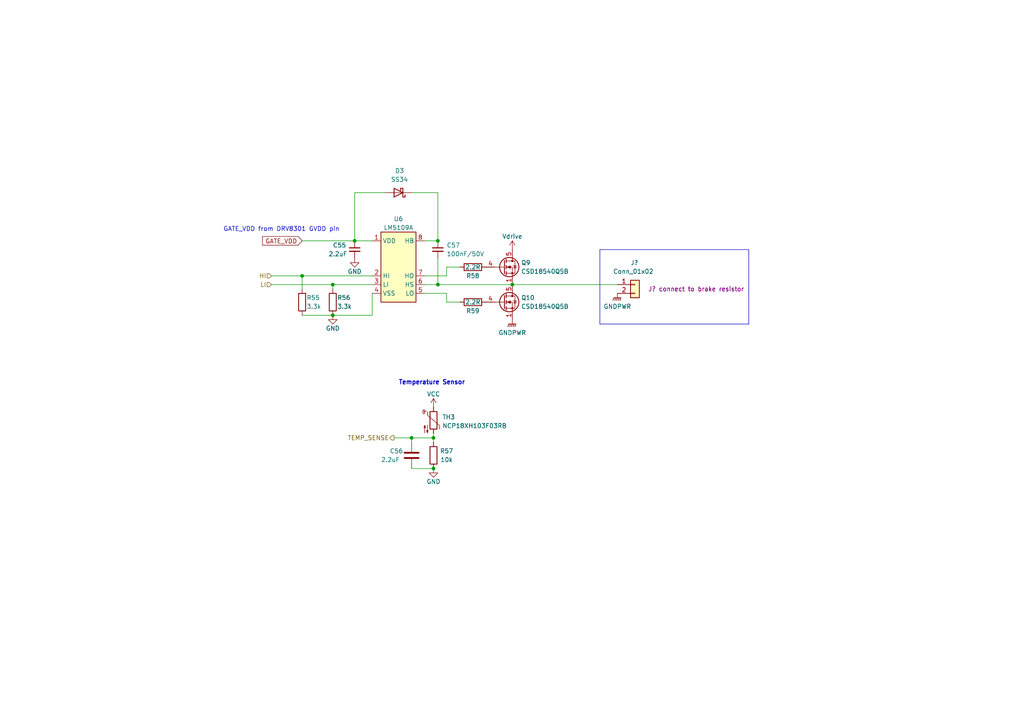
<source format=kicad_sch>
(kicad_sch (version 20230121) (generator eeschema)
  (paper "A4")
  (lib_symbols
    (symbol "Connector_Generic:Conn_01x02" (pin_names (offset 1.016) hide)
      (property "Reference" "J" (at 0 2.54 0))
      (property "Value" "Conn_01x02" (at 0 -5.08 0))
      (symbol "Conn_01x02_1_1"
        (rectangle (start -1.27 -2.413) (end 0 -2.667) (stroke (width 0.1524)))
        (rectangle (start -1.27 0.127) (end 0 -0.127) (stroke (width 0.1524)))
        (rectangle (start -1.27 1.27) (end 1.27 -3.81) (stroke (width 0.254)) (fill (type background)))
        (pin passive line (at -5.08 0 0) (length 3.81) (name "Pin_1") (number "1"))
        (pin passive line (at -5.08 -2.54 0) (length 3.81) (name "Pin_2") (number "2"))
      )
    )
    (symbol "Device:C" (pin_numbers hide) (pin_names (offset 0.254))
      (property "Reference" "C" (at 0.635 2.54 0))
      (property "Value" "C" (at 0.635 -2.54 0))
      (symbol "C_0_1"
        (polyline (pts (xy -2.032 -0.762) (xy 2.032 -0.762)) (stroke (width 0.508)))
        (polyline (pts (xy -2.032 0.762) (xy 2.032 0.762)) (stroke (width 0.508)))
      )
      (symbol "C_1_1"
        (pin passive line (at 0 3.81 270) (length 2.794) (name "~") (number "1"))
        (pin passive line (at 0 -3.81 90) (length 2.794) (name "~") (number "2"))
      )
    )
    (symbol "Device:C_Small" (pin_numbers hide) (pin_names (offset 0.254) hide)
      (property "Reference" "C" (at 0.254 1.778 0))
      (property "Value" "C_Small" (at 0.254 -2.032 0))
      (symbol "C_Small_0_1"
        (polyline (pts (xy -1.524 -0.508) (xy 1.524 -0.508)) (stroke (width 0.3302)))
        (polyline (pts (xy -1.524 0.508) (xy 1.524 0.508)) (stroke (width 0.3048)))
      )
      (symbol "C_Small_1_1"
        (pin passive line (at 0 2.54 270) (length 2.032) (name "~") (number "1"))
        (pin passive line (at 0 -2.54 90) (length 2.032) (name "~") (number "2"))
      )
    )
    (symbol "Device:R" (pin_numbers hide) (pin_names (offset 0))
      (property "Reference" "R" (at 2.032 0 90))
      (property "Value" "R" (at 0 0 90))
      (symbol "R_0_1"
        (rectangle (start -1.016 -2.54) (end 1.016 2.54) (stroke (width 0.254)))
      )
      (symbol "R_1_1"
        (pin passive line (at 0 3.81 270) (length 1.27) (name "~") (number "1"))
        (pin passive line (at 0 -3.81 90) (length 1.27) (name "~") (number "2"))
      )
    )
    (symbol "Device:Thermistor_NTC" (pin_numbers hide) (pin_names (offset 0))
      (property "Reference" "TH" (at -4.445 0 90))
      (property "Value" "Thermistor_NTC" (at 3.175 0 90))
      (symbol "Thermistor_NTC_0_1"
        (arc (start -3.048 2.159) (mid -3.0495 2.3143) (end -3.175 2.413))
        (arc (start -3.048 2.159) (mid -2.9736 1.9794) (end -2.794 1.905))
        (arc (start -3.048 2.794) (mid -2.9736 2.6144) (end -2.794 2.54))
        (arc (start -2.794 1.905) (mid -2.6144 1.9794) (end -2.54 2.159))
        (arc (start -2.794 2.54) (mid -2.4393 2.5587) (end -2.159 2.794))
        (arc (start -2.794 3.048) (mid -2.9736 2.9736) (end -3.048 2.794))
        (arc (start -2.54 2.794) (mid -2.6144 2.9736) (end -2.794 3.048))
        (rectangle (start -1.016 2.54) (end 1.016 -2.54) (stroke (width 0.254)))
        (polyline (pts (xy -2.54 2.159) (xy -2.54 2.794)))
        (polyline (pts (xy -1.778 2.54) (xy -1.778 1.524) (xy 1.778 -1.524) (xy 1.778 -2.54)))
        (polyline (pts (xy -2.54 -3.683) (xy -2.54 -1.397) (xy -2.794 -2.159) (xy -2.286 -2.159) (xy -2.54 -1.397) (xy -2.54 -1.651)) (fill (type outline)))
        (polyline (pts (xy -1.778 -1.397) (xy -1.778 -3.683) (xy -2.032 -2.921) (xy -1.524 -2.921) (xy -1.778 -3.683) (xy -1.778 -3.429)) (fill (type outline)))
      )
      (symbol "Thermistor_NTC_1_1"
        (pin passive line (at 0 3.81 270) (length 1.27) (name "~") (number "1"))
        (pin passive line (at 0 -3.81 90) (length 1.27) (name "~") (number "2"))
      )
    )
    (symbol "Diode:MBR340" (pin_numbers hide) (pin_names (offset 1.016) hide)
      (property "Reference" "D" (at 0 2.54 0))
      (property "Value" "MBR340" (at 0 -2.54 0))
      (symbol "MBR340_0_1"
        (polyline (pts (xy 1.27 0) (xy -1.27 0)))
        (polyline (pts (xy 1.27 1.27) (xy 1.27 -1.27) (xy -1.27 0) (xy 1.27 1.27)) (stroke (width 0.254)))
        (polyline (pts (xy -1.905 0.635) (xy -1.905 1.27) (xy -1.27 1.27) (xy -1.27 -1.27) (xy -0.635 -1.27) (xy -0.635 -0.635)) (stroke (width 0.254)))
      )
      (symbol "MBR340_1_1"
        (pin passive line (at -3.81 0 0) (length 2.54) (name "K") (number "1"))
        (pin passive line (at 3.81 0 180) (length 2.54) (name "A") (number "2"))
      )
    )
    (symbol "Driver_FET:LM5109MA"
      (property "Reference" "U" (at 0 13.97 0))
      (property "Value" "LM5109MA" (at 0 11.43 0))
      (symbol "LM5109MA_0_1"
        (rectangle (start -5.08 -10.16) (end 5.08 10.16) (stroke (width 0.254)) (fill (type background)))
      )
      (symbol "LM5109MA_1_1"
        (pin power_in line (at -7.62 7.62 0) (length 2.54) (name "VDD") (number "1"))
        (pin input line (at -7.62 -2.54 0) (length 2.54) (name "HI") (number "2"))
        (pin input line (at -7.62 -5.08 0) (length 2.54) (name "LI") (number "3"))
        (pin power_in line (at -7.62 -7.62 0) (length 2.54) (name "VSS") (number "4"))
        (pin output line (at 7.62 -7.62 180) (length 2.54) (name "LO") (number "5"))
        (pin passive line (at 7.62 -5.08 180) (length 2.54) (name "HS") (number "6"))
        (pin output line (at 7.62 -2.54 180) (length 2.54) (name "HO") (number "7"))
        (pin passive line (at 7.62 7.62 180) (length 2.54) (name "HB") (number "8"))
      )
    )
    (symbol "Transistor_FET:CSD18540Q5B" (pin_names hide)
      (property "Reference" "Q" (at 5.08 1.905 0))
      (property "Value" "CSD18540Q5B" (at 5.08 0 0))
      (symbol "CSD18540Q5B_0_1"
        (polyline (pts (xy 0.254 0) (xy -2.54 0)))
        (polyline (pts (xy 0.254 1.905) (xy 0.254 -1.905)) (stroke (width 0.254)))
        (polyline (pts (xy 0.762 -1.27) (xy 0.762 -2.286)) (stroke (width 0.254)))
        (polyline (pts (xy 0.762 0.508) (xy 0.762 -0.508)) (stroke (width 0.254)))
        (polyline (pts (xy 0.762 2.286) (xy 0.762 1.27)) (stroke (width 0.254)))
        (polyline (pts (xy 2.54 2.54) (xy 2.54 1.778)))
        (polyline (pts (xy 2.54 -2.54) (xy 2.54 0) (xy 0.762 0)))
        (polyline (pts (xy 0.762 -1.778) (xy 3.302 -1.778) (xy 3.302 1.778) (xy 0.762 1.778)))
        (polyline (pts (xy 1.016 0) (xy 2.032 0.381) (xy 2.032 -0.381) (xy 1.016 0)) (fill (type outline)))
        (polyline (pts (xy 2.794 0.508) (xy 2.921 0.381) (xy 3.683 0.381) (xy 3.81 0.254)))
        (polyline (pts (xy 3.302 0.381) (xy 2.921 -0.254) (xy 3.683 -0.254) (xy 3.302 0.381)))
        (circle (center 1.651 0) (radius 2.794) (stroke (width 0.254)))
        (circle (center 2.54 -1.778) (radius 0.254) (fill (type outline)))
        (circle (center 2.54 1.778) (radius 0.254) (fill (type outline)))
      )
      (symbol "CSD18540Q5B_1_1"
        (pin passive line (at 2.54 -5.08 90) (length 2.54) (name "S") (number "1"))
        (pin passive line (at 2.54 -5.08 90) (length 2.54) hide (name "S") (number "2"))
        (pin passive line (at 2.54 -5.08 90) (length 2.54) hide (name "S") (number "3"))
        (pin passive line (at -5.08 0 0) (length 2.54) (name "G") (number "4"))
        (pin passive line (at 2.54 5.08 270) (length 2.54) (name "D") (number "5"))
      )
    )
    (symbol "power:GND" (power) (pin_names (offset 0))
      (property "Value" "GND" (at 0 -3.81 0))
      (symbol "GND_0_1"
        (polyline (pts (xy 0 0) (xy 0 -1.27) (xy 1.27 -1.27) (xy 0 -2.54) (xy -1.27 -1.27) (xy 0 -1.27)))
      )
      (symbol "GND_1_1"
        (pin power_in line (at 0 0 270) (length 0) hide (name "GND") (number "1"))
      )
    )
    (symbol "power:GNDPWR" (power) (pin_names (offset 0))
      (property "Value" "GNDPWR" (at 0 -3.302 0))
      (symbol "GNDPWR_0_1"
        (polyline (pts (xy 0 -1.27) (xy 0 0)))
        (polyline (pts (xy -1.016 -1.27) (xy -1.27 -2.032) (xy -1.27 -2.032)) (stroke (width 0.2032)))
        (polyline (pts (xy -0.508 -1.27) (xy -0.762 -2.032) (xy -0.762 -2.032)) (stroke (width 0.2032)))
        (polyline (pts (xy 0 -1.27) (xy -0.254 -2.032) (xy -0.254 -2.032)) (stroke (width 0.2032)))
        (polyline (pts (xy 0.508 -1.27) (xy 0.254 -2.032) (xy 0.254 -2.032)) (stroke (width 0.2032)))
        (polyline (pts (xy 1.016 -1.27) (xy -1.016 -1.27) (xy -1.016 -1.27)) (stroke (width 0.2032)))
        (polyline (pts (xy 1.016 -1.27) (xy 0.762 -2.032) (xy 0.762 -2.032) (xy 0.762 -2.032)) (stroke (width 0.2032)))
      )
      (symbol "GNDPWR_1_1"
        (pin power_in line (at 0 0 270) (length 0) hide (name "GNDPWR") (number "1"))
      )
    )
    (symbol "power:VCC" (power) (pin_names (offset 0))
      (property "Value" "VCC" (at 0 3.81 0))
      (symbol "VCC_0_1"
        (polyline (pts (xy -0.762 1.27) (xy 0 2.54)))
        (polyline (pts (xy 0 0) (xy 0 2.54)))
        (polyline (pts (xy 0 2.54) (xy 0.762 1.27)))
      )
      (symbol "VCC_1_1"
        (pin power_in line (at 0 0 90) (length 0) hide (name "VCC") (number "1"))
      )
    )
    (symbol "power:Vdrive" (power) (pin_names (offset 0))
      (property "Value" "Vdrive" (at 0 3.81 0))
      (symbol "Vdrive_0_1"
        (polyline (pts (xy -0.762 1.27) (xy 0 2.54)))
        (polyline (pts (xy 0 0) (xy 0 2.54)))
        (polyline (pts (xy 0 2.54) (xy 0.762 1.27)))
      )
      (symbol "Vdrive_1_1"
        (pin power_in line (at 0 0 90) (length 0) hide (name "Vdrive") (number "1"))
      )
    )
  )
  (junction (at 127 69.85))
  (junction (at 119.38 127))
  (junction (at 96.52 91.44))
  (junction (at 87.63 80.01))
  (junction (at 96.52 82.55))
  (junction (at 125.73 135.89))
  (junction (at 102.87 69.85))
  (junction (at 148.59 82.55))
  (junction (at 125.73 127))
  (junction (at 127 82.55))
  (polyline (pts (xy 217.17 93.98) (xy 217.17 72.39)))
  (wire (pts (xy 78.74 82.55) (xy 96.52 82.55)))
  (wire (pts (xy 111.76 55.88) (xy 102.87 55.88)))
  (wire (pts (xy 78.74 80.01) (xy 87.63 80.01)))
  (wire (pts (xy 119.38 127) (xy 125.73 127)))
  (wire (pts (xy 148.59 82.55) (xy 179.07 82.55)))
  (wire (pts (xy 119.38 55.88) (xy 127 55.88)))
  (wire (pts (xy 119.38 127) (xy 119.38 128.27)))
  (wire (pts (xy 123.19 85.09) (xy 129.54 85.09)))
  (wire (pts (xy 127 82.55) (xy 127 74.93)))
  (wire (pts (xy 127 82.55) (xy 148.59 82.55)))
  (wire (pts (xy 96.52 91.44) (xy 87.63 91.44)))
  (wire (pts (xy 96.52 82.55) (xy 96.52 83.82)))
  (wire (pts (xy 123.19 80.01) (xy 129.54 80.01)))
  (wire (pts (xy 119.38 135.89) (xy 125.73 135.89)))
  (polyline (pts (xy 173.99 72.39) (xy 173.99 93.98)))
  (wire (pts (xy 129.54 77.47) (xy 133.35 77.47)))
  (wire (pts (xy 129.54 87.63) (xy 133.35 87.63)))
  (wire (pts (xy 129.54 85.09) (xy 129.54 87.63)))
  (wire (pts (xy 129.54 80.01) (xy 129.54 77.47)))
  (wire (pts (xy 127 69.85) (xy 123.19 69.85)))
  (wire (pts (xy 114.3 127) (xy 119.38 127)))
  (wire (pts (xy 125.73 127) (xy 125.73 128.27)))
  (wire (pts (xy 102.87 55.88) (xy 102.87 69.85)))
  (wire (pts (xy 123.19 82.55) (xy 127 82.55)))
  (wire (pts (xy 87.63 69.85) (xy 102.87 69.85)))
  (wire (pts (xy 87.63 80.01) (xy 87.63 83.82)))
  (wire (pts (xy 87.63 80.01) (xy 107.95 80.01)))
  (polyline (pts (xy 173.99 93.98) (xy 217.17 93.98)))
  (wire (pts (xy 107.95 85.09) (xy 107.95 91.44)))
  (wire (pts (xy 96.52 82.55) (xy 107.95 82.55)))
  (wire (pts (xy 125.73 127) (xy 125.73 125.73)))
  (wire (pts (xy 127 55.88) (xy 127 69.85)))
  (wire (pts (xy 96.52 91.44) (xy 107.95 91.44)))
  (wire (pts (xy 102.87 69.85) (xy 107.95 69.85)))
  (polyline (pts (xy 173.99 72.39) (xy 217.17 72.39)))
  (text "Temperature Sensor" (at 115.57 111.76 0) (effects (font (size 1.27 1.27) (thickness 0.254) bold) (justify left bottom)))
  (text "GATE_VDD from DRV8301 GVDD pin" (at 64.77 67.31 0) (effects (font (size 1.27 1.27)) (justify left bottom)))
  (global_label "GATE_VDD" (shape input) (at 87.63 69.85 180) (property "Intersheetrefs" "${INTERSHEET_REFS}" (effects hide)))
  (hierarchical_label "TEMP_SENSE" (shape output) (at 114.3 127 180))
  (hierarchical_label "LI" (shape input) (at 78.74 82.55 180))
  (hierarchical_label "HI" (shape input) (at 78.74 80.01 180))
  (symbol (lib_id "Transistor_FET:CSD18540Q5B") (at 146.05 77.47 0) (unit 1)
    (property "Reference" "Q9" (at 151.13 76.2 0) (effects (justify left)))
    (property "Value" "CSD18540Q5B" (at 151.13 78.74 0) (effects (justify left)))
    (property "Footprint" "Package_TO_SOT_SMD:TDSON-8-1" (effects hide))
    (property "Datasheet" "http://www.ti.com/lit/gpn/csd18540q5b" (effects hide))
    (property "JLCPCB Part #" "C86513" (effects hide))
    (property "MFR.Part #" "CSD18540Q5B" (effects hide))
  )
  (symbol (lib_id "power:GND") (at 102.87 74.93 0) (unit 1)
    (property "Reference" "#PWR0107" (effects hide))
    (property "Value" "GND" (at 102.87 78.74 0))
  )
  (symbol (lib_id "Device:C_Small") (at 102.87 72.39 0) (unit 1)
    (property "Reference" "C55" (at 96.52 71.12 0) (effects (justify left)))
    (property "Value" "2.2uF" (at 95.25 73.66 0) (effects (justify left)))
    (property "Footprint" "Capacitor_SMD:C_0402_1005Metric" (effects hide))
    (property "JLCPCB Part #" "C501836" (effects hide))
    (property "MFR.Part #" "0402X225K160NT" (effects hide))
  )
  (symbol (lib_id "Device:R") (at 137.16 87.63 270) (unit 1)
    (property "Reference" "R59" (at 137.16 90.17 90))
    (property "Value" "2.2R" (at 137.16 87.63 90))
    (property "Footprint" "Resistor_SMD:R_0603_1608Metric" (effects hide))
    (property "JLCPCB Part #" "C25226" (effects hide))
    (property "MFR.Part #" "0603WAJ022JT5E" (effects hide))
  )
  (symbol (lib_id "Device:C") (at 119.38 132.08 0) (unit 1)
    (property "Reference" "C56" (at 113.03 130.81 0) (effects (justify left)))
    (property "Value" "2.2uF" (at 110.49 133.35 0) (effects (justify left)))
    (property "Footprint" "Capacitor_SMD:C_0402_1005Metric" (effects hide))
    (property "JLCPCB Part #" "C501836" (effects hide))
    (property "MFR.Part #" "0402X225K160NT" (effects hide))
  )
  (symbol (lib_id "Device:R") (at 96.52 87.63 0) (unit 1)
    (property "Reference" "R56" (at 97.79 86.36 0) (effects (justify left)))
    (property "Value" "3.3k" (at 97.79 88.9 0) (effects (justify left)))
    (property "Footprint" "Resistor_SMD:R_0402_1005Metric" (effects hide))
    (property "JLCPCB Part #" "C25890" (effects hide))
    (property "MFR.Part #" "0402WGF3301TCE" (effects hide))
  )
  (symbol (lib_id "power:GNDPWR") (at 148.59 92.71 0) (unit 1)
    (property "Reference" "#PWR0111" (effects hide))
    (property "Value" "GNDPWR" (at 148.59 96.52 0))
  )
  (symbol (lib_id "power:VCC") (at 125.73 118.11 0) (unit 1)
    (property "Reference" "#PWR0108" (effects hide))
    (property "Value" "VCC" (at 125.73 114.3 0))
  )
  (symbol (lib_id "Transistor_FET:CSD18540Q5B") (at 146.05 87.63 0) (unit 1)
    (property "Reference" "Q10" (at 151.13 86.36 0) (effects (justify left)))
    (property "Value" "CSD18540Q5B" (at 151.13 88.9 0) (effects (justify left)))
    (property "Footprint" "Package_TO_SOT_SMD:TDSON-8-1" (effects hide))
    (property "Datasheet" "http://www.ti.com/lit/gpn/csd18540q5b" (effects hide))
    (property "JLCPCB Part #" "C86513" (effects hide))
    (property "MFR.Part #" "CSD18540Q5B" (effects hide))
  )
  (symbol (lib_id "Driver_FET:LM5109MA") (at 115.57 77.47 0) (unit 1)
    (property "Reference" "U6" (at 115.57 63.5 0))
    (property "Value" "LM5109A" (at 115.57 66.04 0))
    (property "Footprint" "Package_SO:SOIC-8_3.9x4.9mm_P1.27mm" (effects hide))
    (property "Datasheet" "http://www.ti.com/lit/ds/symlink/lm5109.pdf" (effects hide))
    (property "JLCPCB Part #" "C129332" (effects hide))
    (property "MFR.Part #" "LM5109AMAX/NOPB" (effects hide))
  )
  (symbol (lib_id "Connector_Generic:Conn_01x02") (at 184.15 82.55 0) (unit 1)
    (property "Reference" "J?" (at 182.88 76.2 0) (effects (justify left)))
    (property "Value" "Conn_01x02" (at 177.8 78.74 0) (effects (justify left)))
    (property "Footprint" "Connector_Phoenix_GMSTB:PhoenixContact_GMSTBA_2,5_2-G-7,62_1x02_P7.62mm_Horizontal" (effects hide))
    (property "Note" "${REFERENCE} connect to brake resistor" (at 201.93 83.82 0))
    (instances (project "" (path "" (reference "J?") (unit 1))) (project "moco-o" (path "" (reference "J13") (unit 1))))
  )
  (symbol (lib_id "Device:C_Small") (at 127 72.39 0) (unit 1)
    (property "Reference" "C57" (at 129.54 71.1262 0) (effects (justify left)))
    (property "Value" "100nF/50V" (at 129.54 73.66 0) (effects (justify left)))
    (property "Footprint" "Capacitor_SMD:C_0603_1608Metric" (effects hide))
    (property "JLCPCB Part #" "C14663" (effects hide))
    (property "MFR.Part #" "CC0603KRX7R9BB104" (effects hide))
  )
  (symbol (lib_id "Device:R") (at 137.16 77.47 270) (unit 1)
    (property "Reference" "R58" (at 137.16 80.01 90))
    (property "Value" "2.2R" (at 137.16 77.47 90))
    (property "Footprint" "Resistor_SMD:R_0603_1608Metric" (effects hide))
    (property "JLCPCB Part #" "C25226" (effects hide))
    (property "MFR.Part #" "0603WAJ022JT5E" (effects hide))
  )
  (symbol (lib_id "power:GND") (at 96.52 91.44 0) (unit 1)
    (property "Reference" "#PWR0106" (effects hide))
    (property "Value" "GND" (at 96.52 95.25 0))
  )
  (symbol (lib_id "power:Vdrive") (at 148.59 72.39 0) (unit 1)
    (property "Reference" "#PWR0110" (effects hide))
    (property "Value" "Vdrive" (at 148.59 68.58 0))
  )
  (symbol (lib_id "Diode:MBR340") (at 115.57 55.88 180) (unit 1)
    (property "Reference" "D3" (at 115.8875 49.53 0))
    (property "Value" "SS34" (at 115.8875 52.07 0))
    (property "Footprint" "Diode_SMD:D_SMA" (effects hide))
    (property "JLCPCB Part #" "C8678" (effects hide))
    (property "MFR.Part #" "SS34" (effects hide))
  )
  (symbol (lib_id "Device:Thermistor_NTC") (at 125.73 121.92 0) (unit 1)
    (property "Reference" "TH3" (at 128.27 120.9674 0) (effects (justify left)))
    (property "Value" "NCP18XH103F03RB" (at 128.27 123.5074 0) (effects (justify left)))
    (property "Footprint" "Resistor_SMD:R_0603_1608Metric" (effects hide))
    (property "JLCPCB Part #" "C13564" (effects hide))
    (property "MFR.Part #" "NCP18XH103F03RB" (effects hide))
  )
  (symbol (lib_id "power:GNDPWR") (at 179.07 85.09 0) (unit 1)
    (property "Reference" "#PWR0112" (effects hide))
    (property "Value" "GNDPWR" (at 179.07 88.9 0))
  )
  (symbol (lib_id "Device:R") (at 87.63 87.63 0) (unit 1)
    (property "Reference" "R55" (at 88.9 86.36 0) (effects (justify left)))
    (property "Value" "3.3k" (at 88.9 88.9 0) (effects (justify left)))
    (property "Footprint" "Resistor_SMD:R_0402_1005Metric" (effects hide))
    (property "JLCPCB Part #" "C25890" (effects hide))
    (property "MFR.Part #" "0402WGF3301TCE" (effects hide))
  )
  (symbol (lib_id "Device:R") (at 125.73 132.08 180) (unit 1)
    (property "Reference" "R57" (at 129.54 130.81 0))
    (property "Value" "10k" (at 129.54 133.35 0))
    (property "Footprint" "Resistor_SMD:R_0402_1005Metric" (effects hide))
    (property "JLCPCB Part #" "C25744" (effects hide))
    (property "MFR.Part #" "0402WGF1002TCE" (effects hide))
  )
  (symbol (lib_id "power:GND") (at 125.73 135.89 0) (unit 1)
    (property "Reference" "#PWR0109" (effects hide))
    (property "Value" "GND" (at 125.73 139.7 0))
  )
)
</source>
